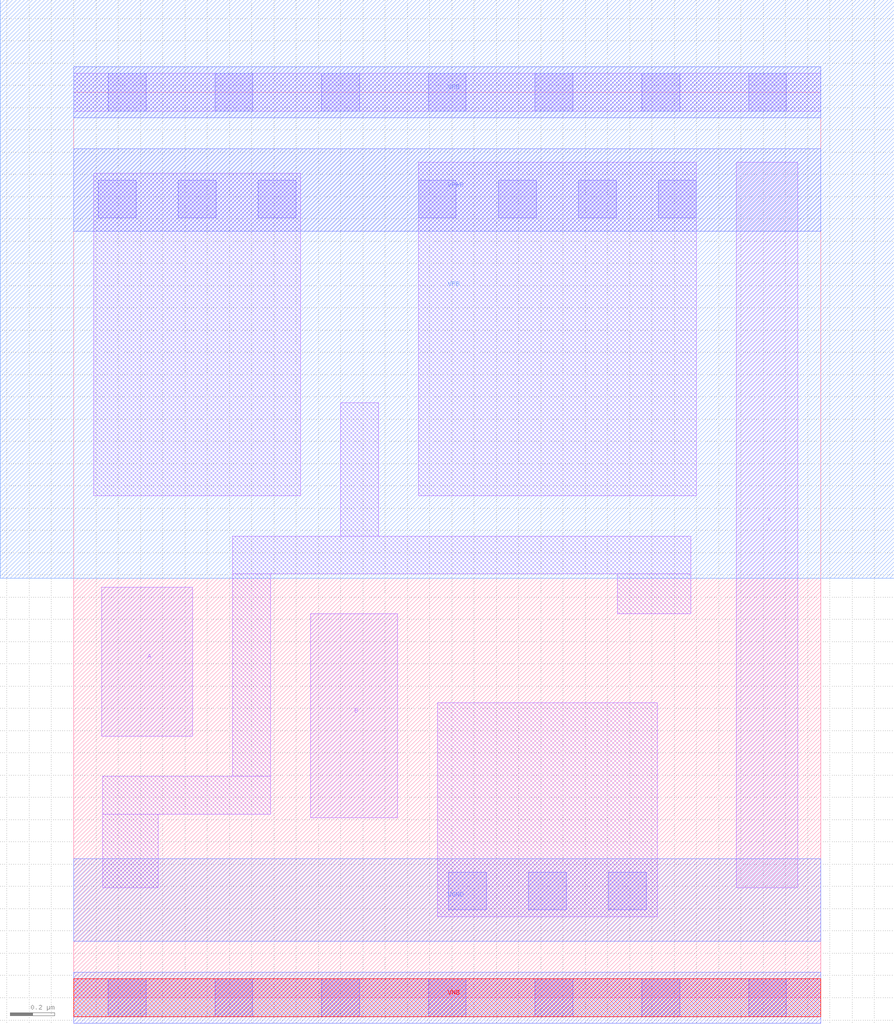
<source format=lef>
# Copyright 2020 The SkyWater PDK Authors
#
# Licensed under the Apache License, Version 2.0 (the "License");
# you may not use this file except in compliance with the License.
# You may obtain a copy of the License at
#
#     https://www.apache.org/licenses/LICENSE-2.0
#
# Unless required by applicable law or agreed to in writing, software
# distributed under the License is distributed on an "AS IS" BASIS,
# WITHOUT WARRANTIES OR CONDITIONS OF ANY KIND, either express or implied.
# See the License for the specific language governing permissions and
# limitations under the License.
#
# SPDX-License-Identifier: Apache-2.0

VERSION 5.7 ;
  NOWIREEXTENSIONATPIN ON ;
  DIVIDERCHAR "/" ;
  BUSBITCHARS "[]" ;
MACRO sky130_fd_sc_hvl__and2_1
  CLASS CORE ;
  FOREIGN sky130_fd_sc_hvl__and2_1 ;
  ORIGIN  0.000000  0.000000 ;
  SIZE  3.360000 BY  4.070000 ;
  SYMMETRY X Y ;
  SITE unithv ;
  PIN A
    ANTENNAGATEAREA  0.420000 ;
    DIRECTION INPUT ;
    USE SIGNAL ;
    PORT
      LAYER li1 ;
        RECT 0.125000 1.175000 0.535000 1.845000 ;
    END
  END A
  PIN B
    ANTENNAGATEAREA  0.420000 ;
    DIRECTION INPUT ;
    USE SIGNAL ;
    PORT
      LAYER li1 ;
        RECT 1.065000 0.810000 1.455000 1.725000 ;
    END
  END B
  PIN X
    ANTENNADIFFAREA  0.626250 ;
    DIRECTION OUTPUT ;
    USE SIGNAL ;
    PORT
      LAYER li1 ;
        RECT 2.980000 0.495000 3.255000 3.755000 ;
    END
  END X
  PIN VGND
    DIRECTION INOUT ;
    USE GROUND ;
    PORT
      LAYER met1 ;
        RECT 0.000000 0.255000 3.360000 0.625000 ;
    END
  END VGND
  PIN VNB
    DIRECTION INOUT ;
    USE GROUND ;
    PORT
      LAYER met1 ;
        RECT 0.000000 -0.115000 3.360000 0.115000 ;
      LAYER pwell ;
        RECT 0.000000 -0.085000 3.360000 0.085000 ;
    END
  END VNB
  PIN VPB
    DIRECTION INOUT ;
    USE POWER ;
    PORT
      LAYER met1 ;
        RECT 0.000000 3.955000 3.360000 4.185000 ;
      LAYER nwell ;
        RECT -0.330000 1.885000 3.690000 4.485000 ;
    END
  END VPB
  PIN VPWR
    DIRECTION INOUT ;
    USE POWER ;
    PORT
      LAYER met1 ;
        RECT 0.000000 3.445000 3.360000 3.815000 ;
    END
  END VPWR
  OBS
    LAYER li1 ;
      RECT 0.000000 -0.085000 3.360000 0.085000 ;
      RECT 0.000000  3.985000 3.360000 4.155000 ;
      RECT 0.090000  2.255000 1.020000 3.705000 ;
      RECT 0.130000  0.495000 0.380000 0.825000 ;
      RECT 0.130000  0.825000 0.885000 0.995000 ;
      RECT 0.715000  0.995000 0.885000 1.905000 ;
      RECT 0.715000  1.905000 2.775000 2.075000 ;
      RECT 1.200000  2.075000 1.370000 2.675000 ;
      RECT 1.550000  2.255000 2.800000 3.755000 ;
      RECT 1.635000  0.365000 2.625000 1.325000 ;
      RECT 2.445000  1.725000 2.775000 1.905000 ;
    LAYER mcon ;
      RECT 0.110000  3.505000 0.280000 3.675000 ;
      RECT 0.155000 -0.085000 0.325000 0.085000 ;
      RECT 0.155000  3.985000 0.325000 4.155000 ;
      RECT 0.470000  3.505000 0.640000 3.675000 ;
      RECT 0.635000 -0.085000 0.805000 0.085000 ;
      RECT 0.635000  3.985000 0.805000 4.155000 ;
      RECT 0.830000  3.505000 1.000000 3.675000 ;
      RECT 1.115000 -0.085000 1.285000 0.085000 ;
      RECT 1.115000  3.985000 1.285000 4.155000 ;
      RECT 1.550000  3.505000 1.720000 3.675000 ;
      RECT 1.595000 -0.085000 1.765000 0.085000 ;
      RECT 1.595000  3.985000 1.765000 4.155000 ;
      RECT 1.685000  0.395000 1.855000 0.565000 ;
      RECT 1.910000  3.505000 2.080000 3.675000 ;
      RECT 2.045000  0.395000 2.215000 0.565000 ;
      RECT 2.075000 -0.085000 2.245000 0.085000 ;
      RECT 2.075000  3.985000 2.245000 4.155000 ;
      RECT 2.270000  3.505000 2.440000 3.675000 ;
      RECT 2.405000  0.395000 2.575000 0.565000 ;
      RECT 2.555000 -0.085000 2.725000 0.085000 ;
      RECT 2.555000  3.985000 2.725000 4.155000 ;
      RECT 2.630000  3.505000 2.800000 3.675000 ;
      RECT 3.035000 -0.085000 3.205000 0.085000 ;
      RECT 3.035000  3.985000 3.205000 4.155000 ;
  END
END sky130_fd_sc_hvl__and2_1
END LIBRARY

</source>
